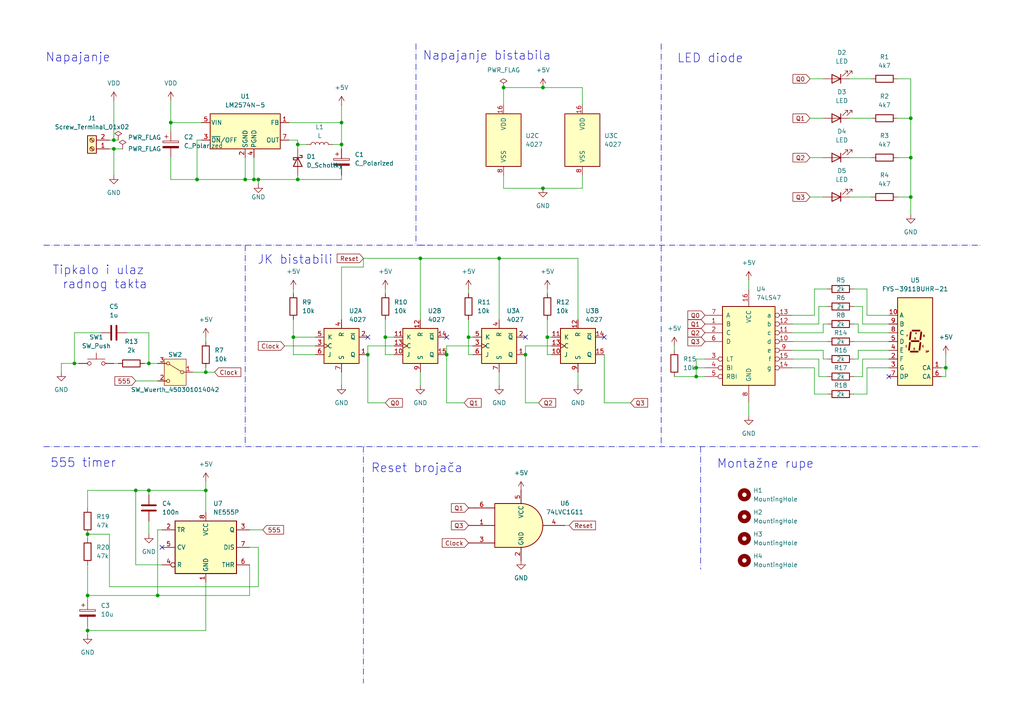
<source format=kicad_sch>
(kicad_sch (version 20250114) (generator "eeschema") (generator_version "9.0")
  (paper "A4")
  (title_block (title "Labaratorijske vjezbe") (date "2025-10-22") (rev "0") (company "TVZ"))
  (lib_symbols
    (symbol "4xxx:4027" (pin_names (offset 1.016))
      (property "Reference" "U" (at -7.62 8.89 0))
      (property "Value" "4027" (at -7.62 -8.89 0))
      (symbol "4027_1_1"
        (rectangle (start -5.08 5.08) (end 5.08 -5.08) (stroke (width 0.254)) (fill (type background)))
        (pin input line (at -7.62 2.54 0) (length 2.54) (name "J") (number "6"))
        (pin input clock (at -7.62 0 0) (length 2.54) (name "C") (number "3"))
        (pin input line (at -7.62 -2.54 0) (length 2.54) (name "K") (number "5"))
        (pin input line (at 0 7.62 270) (length 2.54) (name "S") (number "7"))
        (pin input line (at 0 -7.62 90) (length 2.54) (name "R") (number "4"))
        (pin output line (at 7.62 2.54 180) (length 2.54) (name "Q") (number "1"))
        (pin output line (at 7.62 -2.54 180) (length 2.54) (name "~{Q}") (number "2"))
      )
      (symbol "4027_2_1"
        (rectangle (start -5.08 5.08) (end 5.08 -5.08) (stroke (width 0.254)) (fill (type background)))
        (pin input line (at -7.62 2.54 0) (length 2.54) (name "J") (number "10"))
        (pin input clock (at -7.62 0 0) (length 2.54) (name "C") (number "13"))
        (pin input line (at -7.62 -2.54 0) (length 2.54) (name "K") (number "11"))
        (pin input line (at 0 7.62 270) (length 2.54) (name "S") (number "9"))
        (pin input line (at 0 -7.62 90) (length 2.54) (name "R") (number "12"))
        (pin output line (at 7.62 2.54 180) (length 2.54) (name "Q") (number "15"))
        (pin output line (at 7.62 -2.54 180) (length 2.54) (name "~{Q}") (number "14"))
      )
      (symbol "4027_3_0"
        (pin power_in line (at 0 10.16 270) (length 2.54) (name "VDD") (number "16"))
        (pin power_in line (at 0 -10.16 90) (length 2.54) (name "VSS") (number "8"))
      )
      (symbol "4027_3_1"
        (rectangle (start -5.08 7.62) (end 5.08 -7.62) (stroke (width 0.254)) (fill (type background)))
      )
    )
    (symbol "74xGxx:74LVC1G11"
      (property "Reference" "U" (at -5.08 10.16 0))
      (property "Value" "74LVC1G11" (at 7.62 -10.16 0))
      (symbol "74LVC1G11_0_1"
        (arc (start 0 6.35) (mid 6.3224 0) (end 0 -6.35) (stroke (width 0.254)) (fill (type background)))
        (polyline (pts (xy 0 -6.35) (xy -7.62 -6.35) (xy -7.62 6.35) (xy 0 6.35)) (stroke (width 0.254)) (fill (type background)))
      )
      (symbol "74LVC1G11_1_1"
        (pin input line (at -15.24 5.08 0) (length 7.62) (name "~") (number "6"))
        (pin input line (at -15.24 0 0) (length 7.62) (name "~") (number "1"))
        (pin input line (at -15.24 -5.08 0) (length 7.62) (name "~") (number "3"))
        (pin power_in line (at 0 10.16 270) (length 3.81) (name "VCC") (number "5"))
        (pin power_in line (at 0 -10.16 90) (length 3.81) (name "GND") (number "2"))
        (pin output line (at 12.7 0 180) (length 6.35) (name "~") (number "4"))
      )
    )
    (symbol "74xx:74LS47" (pin_names (offset 1.016))
      (property "Reference" "U" (at -7.62 11.43 0))
      (property "Value" "74LS47" (at -7.62 -13.97 0))
      (symbol "74LS47_1_0"
        (pin input line (at -12.7 7.62 0) (length 5.08) (name "A") (number "7"))
        (pin input line (at -12.7 5.08 0) (length 5.08) (name "B") (number "1"))
        (pin input line (at -12.7 2.54 0) (length 5.08) (name "C") (number "2"))
        (pin input line (at -12.7 0 0) (length 5.08) (name "D") (number "6"))
        (pin input inverted (at -12.7 -5.08 0) (length 5.08) (name "LT") (number "3"))
        (pin input inverted (at -12.7 -7.62 0) (length 5.08) (name "BI") (number "4"))
        (pin input inverted (at -12.7 -10.16 0) (length 5.08) (name "RBI") (number "5"))
        (pin power_in line (at 0 15.24 270) (length 5.08) (name "VCC") (number "16"))
        (pin power_in line (at 0 -17.78 90) (length 5.08) (name "GND") (number "8"))
        (pin open_collector inverted (at 12.7 7.62 180) (length 5.08) (name "a") (number "13"))
        (pin open_collector inverted (at 12.7 5.08 180) (length 5.08) (name "b") (number "12"))
        (pin open_collector inverted (at 12.7 2.54 180) (length 5.08) (name "c") (number "11"))
        (pin open_collector inverted (at 12.7 0 180) (length 5.08) (name "d") (number "10"))
        (pin open_collector inverted (at 12.7 -2.54 180) (length 5.08) (name "e") (number "9"))
        (pin open_collector inverted (at 12.7 -5.08 180) (length 5.08) (name "f") (number "15"))
        (pin open_collector inverted (at 12.7 -7.62 180) (length 5.08) (name "g") (number "14"))
      )
      (symbol "74LS47_1_1"
        (rectangle (start -7.62 10.16) (end 7.62 -12.7) (stroke (width 0.254)) (fill (type background)))
      )
    )
    (symbol "Connector:Screw_Terminal_01x02" (pin_names (offset 1.016) (hide yes))
      (property "Reference" "J" (at 0 2.54 0))
      (property "Value" "Screw_Terminal_01x02" (at 0 -5.08 0))
      (symbol "Screw_Terminal_01x02_1_1"
        (rectangle (start -1.27 1.27) (end 1.27 -3.81) (stroke (width 0.254)) (fill (type background)))
        (polyline (pts (xy -0.5334 0.3302) (xy 0.3302 -0.508)) (stroke (width 0.1524)))
        (polyline (pts (xy -0.5334 -2.2098) (xy 0.3302 -3.048)) (stroke (width 0.1524)))
        (polyline (pts (xy -0.3556 0.508) (xy 0.508 -0.3302)) (stroke (width 0.1524)))
        (polyline (pts (xy -0.3556 -2.032) (xy 0.508 -2.8702)) (stroke (width 0.1524)))
        (circle (center 0 0) (radius 0.635) (stroke (width 0.1524)))
        (circle (center 0 -2.54) (radius 0.635) (stroke (width 0.1524)))
        (pin passive line (at -5.08 0 0) (length 3.81) (name "Pin_1") (number "1"))
        (pin passive line (at -5.08 -2.54 0) (length 3.81) (name "Pin_2") (number "2"))
      )
    )
    (symbol "Device:C" (pin_numbers (hide yes)) (pin_names (offset 0.254))
      (property "Reference" "C" (at 0.635 2.54 0))
      (property "Value" "C" (at 0.635 -2.54 0))
      (symbol "C_0_1"
        (polyline (pts (xy -2.032 0.762) (xy 2.032 0.762)) (stroke (width 0.508)))
        (polyline (pts (xy -2.032 -0.762) (xy 2.032 -0.762)) (stroke (width 0.508)))
      )
      (symbol "C_1_1"
        (pin passive line (at 0 3.81 270) (length 2.794) (name "~") (number "1"))
        (pin passive line (at 0 -3.81 90) (length 2.794) (name "~") (number "2"))
      )
    )
    (symbol "Device:C_Polarized" (pin_numbers (hide yes)) (pin_names (offset 0.254))
      (property "Reference" "C" (at 0.635 2.54 0))
      (property "Value" "C_Polarized" (at 0.635 -2.54 0))
      (symbol "C_Polarized_0_1"
        (rectangle (start -2.286 0.508) (end 2.286 1.016))
        (polyline (pts (xy -1.778 2.286) (xy -0.762 2.286)))
        (polyline (pts (xy -1.27 2.794) (xy -1.27 1.778)))
        (rectangle (start 2.286 -0.508) (end -2.286 -1.016) (fill (type outline)))
      )
      (symbol "C_Polarized_1_1"
        (pin passive line (at 0 3.81 270) (length 2.794) (name "~") (number "1"))
        (pin passive line (at 0 -3.81 90) (length 2.794) (name "~") (number "2"))
      )
    )
    (symbol "Device:D_Schottky" (pin_numbers (hide yes)) (pin_names (offset 1.016) (hide yes))
      (property "Reference" "D" (at 0 2.54 0))
      (property "Value" "D_Schottky" (at 0 -2.54 0))
      (symbol "D_Schottky_0_1"
        (polyline (pts (xy -1.905 0.635) (xy -1.905 1.27) (xy -1.27 1.27) (xy -1.27 -1.27) (xy -0.635 -1.27) (xy -0.635 -0.635)) (stroke (width 0.254)))
        (polyline (pts (xy 1.27 1.27) (xy 1.27 -1.27) (xy -1.27 0) (xy 1.27 1.27)) (stroke (width 0.254)))
        (polyline (pts (xy 1.27 0) (xy -1.27 0)))
      )
      (symbol "D_Schottky_1_1"
        (pin passive line (at -3.81 0 0) (length 2.54) (name "K") (number "1"))
        (pin passive line (at 3.81 0 180) (length 2.54) (name "A") (number "2"))
      )
    )
    (symbol "Device:L" (pin_numbers (hide yes)) (pin_names (offset 1.016) (hide yes))
      (property "Reference" "L" (at -1.27 0 90))
      (property "Value" "L" (at 1.905 0 90))
      (symbol "L_0_1"
        (arc (start 0 2.54) (mid 0.6323 1.905) (end 0 1.27))
        (arc (start 0 1.27) (mid 0.6323 0.635) (end 0 0))
        (arc (start 0 0) (mid 0.6323 -0.635) (end 0 -1.27))
        (arc (start 0 -1.27) (mid 0.6323 -1.905) (end 0 -2.54))
      )
      (symbol "L_1_1"
        (pin passive line (at 0 3.81 270) (length 1.27) (name "1") (number "1"))
        (pin passive line (at 0 -3.81 90) (length 1.27) (name "2") (number "2"))
      )
    )
    (symbol "Device:LED" (pin_numbers (hide yes)) (pin_names (offset 1.016) (hide yes))
      (property "Reference" "D" (at 0 2.54 0))
      (property "Value" "LED" (at 0 -2.54 0))
      (symbol "LED_0_1"
        (polyline (pts (xy -3.048 -0.762) (xy -4.572 -2.286) (xy -3.81 -2.286) (xy -4.572 -2.286) (xy -4.572 -1.524)))
        (polyline (pts (xy -1.778 -0.762) (xy -3.302 -2.286) (xy -2.54 -2.286) (xy -3.302 -2.286) (xy -3.302 -1.524)))
        (polyline (pts (xy -1.27 0) (xy 1.27 0)))
        (polyline (pts (xy -1.27 -1.27) (xy -1.27 1.27)) (stroke (width 0.254)))
        (polyline (pts (xy 1.27 -1.27) (xy 1.27 1.27) (xy -1.27 0) (xy 1.27 -1.27)) (stroke (width 0.254)))
      )
      (symbol "LED_1_1"
        (pin passive line (at -3.81 0 0) (length 2.54) (name "K") (number "1"))
        (pin passive line (at 3.81 0 180) (length 2.54) (name "A") (number "2"))
      )
    )
    (symbol "Device:R" (pin_numbers (hide yes)) (pin_names (offset 0))
      (property "Reference" "R" (at 2.032 0 90))
      (property "Value" "R" (at 0 0 90))
      (symbol "R_0_1"
        (rectangle (start -1.016 -2.54) (end 1.016 2.54) (stroke (width 0.254)))
      )
      (symbol "R_1_1"
        (pin passive line (at 0 3.81 270) (length 1.27) (name "~") (number "1"))
        (pin passive line (at 0 -3.81 90) (length 1.27) (name "~") (number "2"))
      )
    )
    (symbol "Display_Character:HDSP-7401"
      (property "Reference" "U" (at -3.81 13.97 0))
      (property "Value" "HDSP-7401" (at 6.35 13.97 0))
      (symbol "HDSP-7401_1_0"
        (text "E" (at -2.54 -1.397 0) (effects (font (size 0.508 0.508))))
        (text "F" (at -2.286 1.651 0) (effects (font (size 0.508 0.508))))
        (text "D" (at -0.254 -2.159 0) (effects (font (size 0.508 0.508))))
        (text "G" (at 0 0.889 0) (effects (font (size 0.508 0.508))))
        (text "A" (at 0.254 2.413 0) (effects (font (size 0.508 0.508))))
        (text "C" (at 2.286 -1.397 0) (effects (font (size 0.508 0.508))))
        (text "B" (at 2.54 1.651 0) (effects (font (size 0.508 0.508))))
        (text "DP" (at 3.556 -2.921 0) (effects (font (size 0.508 0.508))))
      )
      (symbol "HDSP-7401_1_1"
        (rectangle (start -5.08 12.7) (end 5.08 -12.7) (stroke (width 0.254)) (fill (type background)))
        (polyline (pts (xy -1.524 -0.381) (xy -1.778 -2.413)) (stroke (width 0.508)))
        (polyline (pts (xy -1.27 2.667) (xy -1.524 0.635)) (stroke (width 0.508)))
        (polyline (pts (xy -1.27 -2.921) (xy 0.762 -2.921)) (stroke (width 0.508)))
        (polyline (pts (xy -1.016 0.127) (xy 1.016 0.127)) (stroke (width 0.508)))
        (polyline (pts (xy -0.762 3.175) (xy 1.27 3.175)) (stroke (width 0.508)))
        (polyline (pts (xy 1.524 -0.381) (xy 1.27 -2.413)) (stroke (width 0.508)))
        (polyline (pts (xy 1.778 2.667) (xy 1.524 0.635)) (stroke (width 0.508)))
        (polyline (pts (xy 2.54 -2.921) (xy 2.54 -2.921)) (stroke (width 0.508)))
        (pin input line (at -7.62 7.62 0) (length 2.54) (name "A") (number "10"))
        (pin input line (at -7.62 5.08 0) (length 2.54) (name "B") (number "9"))
        (pin input line (at -7.62 2.54 0) (length 2.54) (name "C") (number "8"))
        (pin input line (at -7.62 0 0) (length 2.54) (name "D") (number "5"))
        (pin input line (at -7.62 -2.54 0) (length 2.54) (name "E") (number "4"))
        (pin input line (at -7.62 -5.08 0) (length 2.54) (name "F") (number "2"))
        (pin input line (at -7.62 -7.62 0) (length 2.54) (name "G") (number "3"))
        (pin input line (at -7.62 -10.16 0) (length 2.54) (name "DP") (number "7"))
        (pin input line (at 7.62 -7.62 180) (length 2.54) (name "CA") (number "1"))
        (pin input line (at 7.62 -10.16 180) (length 2.54) (name "CA") (number "6"))
      )
    )
    (symbol "Mechanical:MountingHole" (pin_names (offset 1.016)) (in_bom no)
      (property "Reference" "H" (at 0 5.08 0))
      (property "Value" "MountingHole" (at 0 3.175 0))
      (symbol "MountingHole_0_1"
        (circle (center 0 0) (radius 1.27) (stroke (width 1.27)))
      )
    )
    (symbol "Regulator_Switching:LM2574N-5" (pin_names (offset 0.254))
      (property "Reference" "U" (at -10.16 6.35 0))
      (property "Value" "LM2574N-5" (at 0 6.35 0))
      (symbol "LM2574N-5_0_1"
        (rectangle (start -10.16 5.08) (end 10.16 -5.08) (stroke (width 0.254)) (fill (type background)))
      )
      (symbol "LM2574N-5_1_1"
        (pin power_in line (at -12.7 2.54 0) (length 2.54) (name "VIN") (number "5"))
        (pin input line (at -12.7 -2.54 0) (length 2.54) (name "~{ON}/OFF") (number "3"))
        (pin no_connect line (at -10.16 0 0) (length 2.54) (hide yes) (name "NC") (number "6"))
        (pin power_in line (at 0 -7.62 90) (length 2.54) (name "SGND") (number "2"))
        (pin power_in line (at 2.54 -7.62 90) (length 2.54) (name "PGND") (number "4"))
        (pin no_connect line (at 10.16 0 180) (length 2.54) (hide yes) (name "NC") (number "8"))
        (pin input line (at 12.7 2.54 180) (length 2.54) (name "FB") (number "1"))
        (pin output line (at 12.7 -2.54 180) (length 2.54) (name "OUT") (number "7"))
      )
    )
    (symbol "Switch:SW_Push" (pin_numbers (hide yes)) (pin_names (offset 1.016) (hide yes))
      (property "Reference" "SW" (at 1.27 2.54 0))
      (property "Value" "SW_Push" (at 0 -1.524 0))
      (symbol "SW_Push_0_1"
        (circle (center -2.032 0) (radius 0.508))
        (polyline (pts (xy 0 1.27) (xy 0 3.048)))
        (circle (center 2.032 0) (radius 0.508))
        (polyline (pts (xy 2.54 1.27) (xy -2.54 1.27)))
        (pin passive line (at -5.08 0 0) (length 2.54) (name "1") (number "1"))
        (pin passive line (at 5.08 0 180) (length 2.54) (name "2") (number "2"))
      )
    )
    (symbol "Switch:SW_Wuerth_450301014042" (pin_names (offset 1) (hide yes))
      (property "Reference" "SW" (at 0 5.08 0))
      (property "Value" "SW_Wuerth_450301014042" (at 0 -5.08 0))
      (symbol "SW_Wuerth_450301014042_0_1"
        (circle (center -2.032 0) (radius 0.4572))
        (polyline (pts (xy -1.651 0.254) (xy 1.651 2.286)))
        (circle (center 2.032 2.54) (radius 0.4572))
        (circle (center 2.032 -2.54) (radius 0.4572))
      )
      (symbol "SW_Wuerth_450301014042_1_1"
        (rectangle (start -3.175 3.81) (end 3.175 -3.81) (fill (type background)))
        (pin passive line (at -5.08 0 0) (length 2.54) (name "B") (number "1"))
        (pin passive line (at 5.08 2.54 180) (length 2.54) (name "A") (number "3"))
        (pin passive line (at 5.08 -2.54 180) (length 2.54) (name "C") (number "2"))
      )
    )
    (symbol "Timer:NE555P"
      (property "Reference" "U" (at -10.16 8.89 0))
      (property "Value" "NE555P" (at 2.54 8.89 0))
      (symbol "NE555P_0_0"
        (pin power_in line (at 0 10.16 270) (length 2.54) (name "VCC") (number "8"))
        (pin power_in line (at 0 -10.16 90) (length 2.54) (name "GND") (number "1"))
      )
      (symbol "NE555P_0_1"
        (rectangle (start -8.89 -7.62) (end 8.89 7.62) (stroke (width 0.254)) (fill (type background)))
        (rectangle (start -8.89 -7.62) (end 8.89 7.62) (stroke (width 0.254)) (fill (type background)))
      )
      (symbol "NE555P_1_1"
        (pin input line (at -12.7 5.08 0) (length 3.81) (name "TR") (number "2"))
        (pin input line (at -12.7 0 0) (length 3.81) (name "CV") (number "5"))
        (pin input inverted (at -12.7 -5.08 0) (length 3.81) (name "R") (number "4"))
        (pin output line (at 12.7 5.08 180) (length 3.81) (name "Q") (number "3"))
        (pin input line (at 12.7 0 180) (length 3.81) (name "DIS") (number "7"))
        (pin input line (at 12.7 -5.08 180) (length 3.81) (name "THR") (number "6"))
      )
    )
    (symbol "power:+5V" (power) (pin_numbers (hide yes)) (pin_names (offset 0) (hide yes))
      (property "Value" "+5V" (at 0 3.556 0))
      (symbol "+5V_0_1"
        (polyline (pts (xy -0.762 1.27) (xy 0 2.54)))
        (polyline (pts (xy 0 2.54) (xy 0.762 1.27)))
        (polyline (pts (xy 0 0) (xy 0 2.54)))
      )
      (symbol "+5V_1_1"
        (pin power_in line (at 0 0 90) (length 0) (name "~") (number "1"))
      )
    )
    (symbol "power:GND" (power) (pin_numbers (hide yes)) (pin_names (offset 0) (hide yes))
      (property "Value" "GND" (at 0 -3.81 0))
      (symbol "GND_0_1"
        (polyline (pts (xy 0 0) (xy 0 -1.27) (xy 1.27 -1.27) (xy 0 -2.54) (xy -1.27 -1.27) (xy 0 -1.27)))
      )
      (symbol "GND_1_1"
        (pin power_in line (at 0 0 270) (length 0) (name "~") (number "1"))
      )
    )
    (symbol "power:PWR_FLAG" (power) (pin_numbers (hide yes)) (pin_names (offset 0) (hide yes))
      (property "Value" "PWR_FLAG" (at 0 3.81 0))
      (symbol "PWR_FLAG_0_0"
        (pin power_out line (at 0 0 90) (length 0) (name "~") (number "1"))
      )
      (symbol "PWR_FLAG_0_1"
        (polyline (pts (xy 0 0) (xy 0 1.27) (xy -1.016 1.905) (xy 0 2.54) (xy 1.016 1.905) (xy 0 1.27)))
      )
    )
    (symbol "power:VDD" (power) (pin_numbers (hide yes)) (pin_names (offset 0) (hide yes))
      (property "Value" "VDD" (at 0 3.556 0))
      (symbol "VDD_0_1"
        (polyline (pts (xy -0.762 1.27) (xy 0 2.54)))
        (polyline (pts (xy 0 2.54) (xy 0.762 1.27)))
        (polyline (pts (xy 0 0) (xy 0 2.54)))
      )
      (symbol "VDD_1_1"
        (pin power_in line (at 0 0 90) (length 0) (name "~") (number "1"))
      )
    )
  )
  (text "Reset brojača\n" (at 120.904 135.89 0) (effects (font (size 2.54 2.54))))
  (text "555 timer" (at 24.13 134.366 0) (effects (font (size 2.54 2.54))))
  (text "LED diode\n" (at 205.994 17.018 0) (effects (font (size 2.54 2.54))))
  (text "Napajanje bistabila\n" (at 141.224 16.256 0) (effects (font (size 2.54 2.54))))
  (text "Tipkalo i ulaz \n radnog takta\n" (at 29.464 80.518 0) (effects (font (size 2.54 2.54))))
  (text "Montažne rupe\n" (at 221.996 134.62 0) (effects (font (size 2.54 2.54))))
  (text "JK bistabili\n" (at 85.598 75.438 0) (effects (font (size 2.54 2.54))))
  (text "Napajanje\n" (at 22.606 16.764 0) (effects (font (size 2.54 2.54))))
  (junction (at 43.18 105.41))
  (junction (at 74.93 52.07))
  (junction (at 43.18 142.24))
  (junction (at 106.68 102.87))
  (junction (at 25.4 182.88))
  (junction (at 59.69 142.24))
  (junction (at 121.92 74.93))
  (junction (at 59.69 107.95))
  (junction (at 274.32 106.68))
  (junction (at 111.76 97.79))
  (junction (at 264.16 57.15))
  (junction (at 21.59 105.41))
  (junction (at 201.93 109.22))
  (junction (at 25.4 154.94))
  (junction (at 144.78 74.93))
  (junction (at 157.48 25.4))
  (junction (at 264.16 34.29))
  (junction (at 264.16 45.72))
  (junction (at 152.4 102.87))
  (junction (at 45.72 172.72))
  (junction (at 33.02 43.18))
  (junction (at 158.75 97.79))
  (junction (at 135.89 97.79))
  (junction (at 39.37 142.24))
  (junction (at 33.02 40.64))
  (junction (at 25.4 172.72))
  (junction (at 146.05 25.4))
  (junction (at 99.06 41.91))
  (junction (at 71.12 52.07))
  (junction (at 86.36 41.91))
  (junction (at 201.93 106.68))
  (junction (at 86.36 52.07))
  (junction (at 129.54 102.87))
  (junction (at 57.15 52.07))
  (junction (at 49.53 35.56))
  (junction (at 73.66 52.07))
  (junction (at 157.48 54.61))
  (junction (at 99.06 35.56))
  (junction (at 85.09 97.79))
  (no_connect (at 152.4 97.79))
  (no_connect (at 106.68 97.79))
  (no_connect (at 257.81 109.22))
  (no_connect (at 129.54 97.79))
  (no_connect (at 175.26 97.79))
  (no_connect (at 46.99 158.75))
  (wire (pts (xy 201.93 106.68) (xy 201.93 109.22)))
  (wire (pts (xy 22.86 105.41) (xy 21.59 105.41)))
  (wire (pts (xy 105.41 77.47) (xy 105.41 74.93)))
  (wire (pts (xy 71.12 52.07) (xy 73.66 52.07)))
  (wire (pts (xy 33.02 40.64) (xy 34.29 40.64)))
  (wire (pts (xy 21.59 105.41) (xy 17.78 105.41)))
  (wire (pts (xy 229.87 93.98) (xy 237.49 93.98)))
  (wire (pts (xy 86.36 52.07) (xy 74.93 52.07)))
  (polyline (pts (xy 71.12 71.12) (xy 71.12 129.54)) (stroke (width 0) (type dash_dot)))
  (wire (pts (xy 121.92 74.93) (xy 121.92 92.71)))
  (wire (pts (xy 25.4 181.61) (xy 25.4 182.88)))
  (wire (pts (xy 74.93 170.18) (xy 31.75 170.18)))
  (polyline (pts (xy 191.77 12.7) (xy 191.77 129.54)) (stroke (width 0) (type dash_dot)))
  (wire (pts (xy 25.4 182.88) (xy 25.4 184.15)))
  (wire (pts (xy 135.89 97.79) (xy 137.16 97.79)))
  (wire (pts (xy 234.95 34.29) (xy 238.76 34.29)))
  (polyline (pts (xy 12.7 129.54) (xy 284.48 129.54)) (stroke (width 0) (type dash_dot)))
  (wire (pts (xy 99.06 41.91) (xy 99.06 43.18)))
  (wire (pts (xy 59.69 139.7) (xy 59.69 142.24)))
  (wire (pts (xy 217.17 81.28) (xy 217.17 83.82)))
  (wire (pts (xy 234.95 45.72) (xy 238.76 45.72)))
  (wire (pts (xy 31.75 170.18) (xy 31.75 154.94)))
  (wire (pts (xy 248.92 93.98) (xy 247.65 93.98)))
  (wire (pts (xy 86.36 50.8) (xy 86.36 52.07)))
  (wire (pts (xy 59.69 142.24) (xy 59.69 148.59)))
  (wire (pts (xy 160.02 102.87) (xy 158.75 102.87)))
  (wire (pts (xy 31.75 40.64) (xy 33.02 40.64)))
  (wire (pts (xy 234.95 57.15) (xy 238.76 57.15)))
  (wire (pts (xy 21.59 96.52) (xy 21.59 105.41)))
  (wire (pts (xy 250.19 104.14) (xy 250.19 109.22)))
  (wire (pts (xy 111.76 97.79) (xy 114.3 97.79)))
  (wire (pts (xy 111.76 97.79) (xy 111.76 92.71)))
  (wire (pts (xy 260.35 57.15) (xy 264.16 57.15)))
  (wire (pts (xy 246.38 34.29) (xy 252.73 34.29)))
  (wire (pts (xy 257.81 96.52) (xy 248.92 96.52)))
  (wire (pts (xy 99.06 52.07) (xy 86.36 52.07)))
  (wire (pts (xy 251.46 83.82) (xy 251.46 91.44)))
  (wire (pts (xy 217.17 116.84) (xy 217.17 120.65)))
  (wire (pts (xy 237.49 88.9) (xy 240.03 88.9)))
  (wire (pts (xy 129.54 100.33) (xy 129.54 102.87)))
  (wire (pts (xy 146.05 50.8) (xy 146.05 54.61)))
  (wire (pts (xy 175.26 102.87) (xy 175.26 116.84)))
  (wire (pts (xy 99.06 30.48) (xy 99.06 35.56)))
  (wire (pts (xy 99.06 92.71) (xy 99.06 77.47)))
  (wire (pts (xy 201.93 106.68) (xy 204.47 106.68)))
  (wire (pts (xy 129.54 102.87) (xy 129.54 116.84)))
  (wire (pts (xy 247.65 83.82) (xy 251.46 83.82)))
  (wire (pts (xy 106.68 116.84) (xy 111.76 116.84)))
  (wire (pts (xy 238.76 96.52) (xy 229.87 96.52)))
  (wire (pts (xy 234.95 22.86) (xy 238.76 22.86)))
  (wire (pts (xy 29.21 96.52) (xy 21.59 96.52)))
  (wire (pts (xy 58.42 40.64) (xy 57.15 40.64)))
  (wire (pts (xy 238.76 93.98) (xy 238.76 96.52)))
  (wire (pts (xy 229.87 99.06) (xy 240.03 99.06)))
  (wire (pts (xy 59.69 106.68) (xy 59.69 107.95)))
  (wire (pts (xy 49.53 52.07) (xy 57.15 52.07)))
  (wire (pts (xy 236.22 83.82) (xy 240.03 83.82)))
  (polyline (pts (xy 123.19 71.12) (xy 120.65 71.12)) (stroke (width 0) (type dash_dot)))
  (wire (pts (xy 246.38 57.15) (xy 252.73 57.15)))
  (wire (pts (xy 85.09 83.82) (xy 85.09 85.09)))
  (wire (pts (xy 57.15 40.64) (xy 57.15 52.07)))
  (wire (pts (xy 45.72 153.67) (xy 46.99 153.67)))
  (wire (pts (xy 152.4 102.87) (xy 152.4 116.84)))
  (wire (pts (xy 168.91 50.8) (xy 168.91 54.61)))
  (wire (pts (xy 238.76 104.14) (xy 240.03 104.14)))
  (wire (pts (xy 144.78 74.93) (xy 121.92 74.93)))
  (wire (pts (xy 264.16 22.86) (xy 264.16 34.29)))
  (wire (pts (xy 247.65 88.9) (xy 250.19 88.9)))
  (wire (pts (xy 250.19 88.9) (xy 250.19 93.98)))
  (wire (pts (xy 260.35 22.86) (xy 264.16 22.86)))
  (wire (pts (xy 167.64 107.95) (xy 167.64 111.76)))
  (wire (pts (xy 195.58 100.33) (xy 195.58 101.6)))
  (wire (pts (xy 137.16 100.33) (xy 129.54 100.33)))
  (wire (pts (xy 31.75 43.18) (xy 33.02 43.18)))
  (wire (pts (xy 83.82 40.64) (xy 86.36 40.64)))
  (wire (pts (xy 72.39 158.75) (xy 74.93 158.75)))
  (wire (pts (xy 41.91 105.41) (xy 43.18 105.41)))
  (wire (pts (xy 250.19 109.22) (xy 247.65 109.22)))
  (wire (pts (xy 86.36 41.91) (xy 86.36 43.18)))
  (wire (pts (xy 59.69 182.88) (xy 25.4 182.88)))
  (wire (pts (xy 17.78 105.41) (xy 17.78 107.95)))
  (wire (pts (xy 72.39 163.83) (xy 72.39 172.72)))
  (wire (pts (xy 137.16 102.87) (xy 135.89 102.87)))
  (wire (pts (xy 43.18 105.41) (xy 45.72 105.41)))
  (wire (pts (xy 158.75 97.79) (xy 160.02 97.79)))
  (wire (pts (xy 86.36 40.64) (xy 86.36 41.91)))
  (wire (pts (xy 146.05 54.61) (xy 157.48 54.61)))
  (wire (pts (xy 274.32 106.68) (xy 274.32 109.22)))
  (wire (pts (xy 39.37 163.83) (xy 39.37 142.24)))
  (wire (pts (xy 49.53 35.56) (xy 49.53 38.1)))
  (polyline (pts (xy 120.65 12.7) (xy 120.65 71.12)) (stroke (width 0) (type dash_dot)))
  (wire (pts (xy 33.02 43.18) (xy 35.56 43.18)))
  (wire (pts (xy 99.06 107.95) (xy 99.06 111.76)))
  (wire (pts (xy 251.46 106.68) (xy 257.81 106.68)))
  (wire (pts (xy 59.69 97.79) (xy 59.69 99.06)))
  (wire (pts (xy 25.4 172.72) (xy 45.72 172.72)))
  (wire (pts (xy 248.92 104.14) (xy 248.92 101.6)))
  (wire (pts (xy 240.03 109.22) (xy 237.49 109.22)))
  (wire (pts (xy 99.06 35.56) (xy 99.06 41.91)))
  (wire (pts (xy 25.4 142.24) (xy 25.4 147.32)))
  (polyline (pts (xy 105.41 129.54) (xy 105.41 198.12)) (stroke (width 0) (type dash_dot)))
  (wire (pts (xy 237.49 93.98) (xy 237.49 88.9)))
  (wire (pts (xy 74.93 158.75) (xy 74.93 170.18)))
  (wire (pts (xy 260.35 34.29) (xy 264.16 34.29)))
  (wire (pts (xy 237.49 109.22) (xy 237.49 104.14)))
  (wire (pts (xy 274.32 106.68) (xy 274.32 102.87)))
  (wire (pts (xy 49.53 29.21) (xy 49.53 35.56)))
  (wire (pts (xy 114.3 102.87) (xy 111.76 102.87)))
  (wire (pts (xy 248.92 96.52) (xy 248.92 93.98)))
  (wire (pts (xy 59.69 107.95) (xy 62.23 107.95)))
  (wire (pts (xy 251.46 114.3) (xy 251.46 106.68)))
  (wire (pts (xy 99.06 50.8) (xy 99.06 52.07)))
  (wire (pts (xy 85.09 97.79) (xy 85.09 102.87)))
  (wire (pts (xy 264.16 45.72) (xy 264.16 57.15)))
  (wire (pts (xy 25.4 173.99) (xy 25.4 172.72)))
  (wire (pts (xy 240.03 93.98) (xy 238.76 93.98)))
  (wire (pts (xy 238.76 101.6) (xy 238.76 104.14)))
  (wire (pts (xy 25.4 163.83) (xy 25.4 172.72)))
  (wire (pts (xy 204.47 104.14) (xy 201.93 104.14)))
  (wire (pts (xy 201.93 109.22) (xy 204.47 109.22)))
  (wire (pts (xy 111.76 102.87) (xy 111.76 97.79)))
  (wire (pts (xy 39.37 110.49) (xy 45.72 110.49)))
  (wire (pts (xy 146.05 25.4) (xy 157.48 25.4)))
  (wire (pts (xy 250.19 93.98) (xy 257.81 93.98)))
  (wire (pts (xy 59.69 168.91) (xy 59.69 182.88)))
  (wire (pts (xy 46.99 163.83) (xy 39.37 163.83)))
  (wire (pts (xy 49.53 45.72) (xy 49.53 52.07)))
  (wire (pts (xy 273.05 109.22) (xy 274.32 109.22)))
  (wire (pts (xy 72.39 153.67) (xy 76.2 153.67)))
  (wire (pts (xy 43.18 142.24) (xy 59.69 142.24)))
  (wire (pts (xy 236.22 91.44) (xy 229.87 91.44)))
  (wire (pts (xy 264.16 57.15) (xy 264.16 62.23)))
  (wire (pts (xy 43.18 96.52) (xy 43.18 105.41)))
  (wire (pts (xy 45.72 153.67) (xy 45.72 172.72)))
  (wire (pts (xy 25.4 154.94) (xy 25.4 156.21)))
  (wire (pts (xy 246.38 22.86) (xy 252.73 22.86)))
  (wire (pts (xy 71.12 45.72) (xy 71.12 52.07)))
  (wire (pts (xy 36.83 96.52) (xy 43.18 96.52)))
  (wire (pts (xy 260.35 45.72) (xy 264.16 45.72)))
  (wire (pts (xy 236.22 114.3) (xy 240.03 114.3)))
  (wire (pts (xy 82.55 100.33) (xy 91.44 100.33)))
  (wire (pts (xy 135.89 102.87) (xy 135.89 97.79)))
  (wire (pts (xy 114.3 100.33) (xy 106.68 100.33)))
  (wire (pts (xy 168.91 54.61) (xy 157.48 54.61)))
  (wire (pts (xy 25.4 142.24) (xy 39.37 142.24)))
  (wire (pts (xy 246.38 45.72) (xy 252.73 45.72)))
  (wire (pts (xy 168.91 30.48) (xy 168.91 25.4)))
  (wire (pts (xy 251.46 91.44) (xy 257.81 91.44)))
  (wire (pts (xy 121.92 74.93) (xy 105.41 74.93)))
  (polyline (pts (xy 12.7 71.12) (xy 284.48 71.12)) (stroke (width 0) (type dash_dot)))
  (wire (pts (xy 152.4 100.33) (xy 152.4 102.87)))
  (wire (pts (xy 99.06 77.47) (xy 105.41 77.47)))
  (wire (pts (xy 74.93 53.34) (xy 74.93 52.07)))
  (wire (pts (xy 49.53 35.56) (xy 58.42 35.56)))
  (wire (pts (xy 175.26 116.84) (xy 182.88 116.84)))
  (wire (pts (xy 237.49 104.14) (xy 229.87 104.14)))
  (wire (pts (xy 201.93 104.14) (xy 201.93 106.68)))
  (wire (pts (xy 135.89 83.82) (xy 135.89 85.09)))
  (wire (pts (xy 43.18 142.24) (xy 43.18 143.51)))
  (wire (pts (xy 55.88 107.95) (xy 59.69 107.95)))
  (wire (pts (xy 43.18 151.13) (xy 43.18 154.94)))
  (wire (pts (xy 31.75 154.94) (xy 25.4 154.94)))
  (wire (pts (xy 273.05 106.68) (xy 274.32 106.68)))
  (wire (pts (xy 158.75 102.87) (xy 158.75 97.79)))
  (wire (pts (xy 247.65 114.3) (xy 251.46 114.3)))
  (wire (pts (xy 144.78 74.93) (xy 144.78 92.71)))
  (wire (pts (xy 257.81 99.06) (xy 247.65 99.06)))
  (polyline (pts (xy 203.2 129.54) (xy 203.2 165.1)) (stroke (width 0) (type dash_dot)))
  (wire (pts (xy 129.54 116.84) (xy 134.62 116.84)))
  (wire (pts (xy 57.15 52.07) (xy 71.12 52.07)))
  (wire (pts (xy 34.29 105.41) (xy 33.02 105.41)))
  (wire (pts (xy 158.75 83.82) (xy 158.75 85.09)))
  (wire (pts (xy 33.02 40.64) (xy 33.02 29.21)))
  (wire (pts (xy 83.82 35.56) (xy 99.06 35.56)))
  (wire (pts (xy 247.65 104.14) (xy 248.92 104.14)))
  (wire (pts (xy 229.87 101.6) (xy 238.76 101.6)))
  (wire (pts (xy 121.92 107.95) (xy 121.92 111.76)))
  (wire (pts (xy 165.1 152.4) (xy 163.83 152.4)))
  (wire (pts (xy 144.78 107.95) (xy 144.78 111.76)))
  (wire (pts (xy 111.76 83.82) (xy 111.76 85.09)))
  (wire (pts (xy 39.37 142.24) (xy 43.18 142.24)))
  (wire (pts (xy 195.58 109.22) (xy 201.93 109.22)))
  (wire (pts (xy 229.87 106.68) (xy 236.22 106.68)))
  (wire (pts (xy 158.75 92.71) (xy 158.75 97.79)))
  (wire (pts (xy 257.81 104.14) (xy 250.19 104.14)))
  (wire (pts (xy 91.44 97.79) (xy 85.09 97.79)))
  (wire (pts (xy 236.22 91.44) (xy 236.22 83.82)))
  (wire (pts (xy 264.16 34.29) (xy 264.16 45.72)))
  (wire (pts (xy 96.52 41.91) (xy 99.06 41.91)))
  (wire (pts (xy 85.09 97.79) (xy 85.09 92.71)))
  (wire (pts (xy 72.39 172.72) (xy 45.72 172.72)))
  (wire (pts (xy 146.05 25.4) (xy 146.05 30.48)))
  (wire (pts (xy 106.68 100.33) (xy 106.68 102.87)))
  (wire (pts (xy 73.66 45.72) (xy 73.66 52.07)))
  (wire (pts (xy 91.44 102.87) (xy 85.09 102.87)))
  (wire (pts (xy 236.22 106.68) (xy 236.22 114.3)))
  (wire (pts (xy 167.64 92.71) (xy 167.64 74.93)))
  (wire (pts (xy 86.36 41.91) (xy 88.9 41.91)))
  (wire (pts (xy 106.68 102.87) (xy 106.68 116.84)))
  (wire (pts (xy 167.64 74.93) (xy 144.78 74.93)))
  (wire (pts (xy 168.91 25.4) (xy 157.48 25.4)))
  (wire (pts (xy 248.92 101.6) (xy 257.81 101.6)))
  (wire (pts (xy 152.4 116.84) (xy 156.21 116.84)))
  (wire (pts (xy 73.66 52.07) (xy 74.93 52.07)))
  (wire (pts (xy 33.02 43.18) (xy 33.02 50.8)))
  (wire (pts (xy 160.02 100.33) (xy 152.4 100.33)))
  (wire (pts (xy 135.89 92.71) (xy 135.89 97.79)))
  (global_label "555" (shape input) (at 76.2 153.67 0) (property "Intersheetrefs" "${INTERSHEET_REFS}" (effects (hide yes))))
  (global_label "Q2" (shape input) (at 156.21 116.84 0) (property "Intersheetrefs" "${INTERSHEET_REFS}" (effects (hide yes))))
  (global_label "Clock" (shape input) (at 82.55 100.33 180) (property "Intersheetrefs" "${INTERSHEET_REFS}" (effects (hide yes))))
  (global_label "Q1" (shape input) (at 234.95 34.29 180) (property "Intersheetrefs" "${INTERSHEET_REFS}" (effects (hide yes))))
  (global_label "Q1" (shape input) (at 135.89 147.32 180) (property "Intersheetrefs" "${INTERSHEET_REFS}" (effects (hide yes))))
  (global_label "Q1" (shape input) (at 134.62 116.84 0) (property "Intersheetrefs" "${INTERSHEET_REFS}" (effects (hide yes))))
  (global_label "Q3" (shape input) (at 135.89 152.4 180) (property "Intersheetrefs" "${INTERSHEET_REFS}" (effects (hide yes))))
  (global_label "Q3" (shape input) (at 204.47 99.06 180) (property "Intersheetrefs" "${INTERSHEET_REFS}" (effects (hide yes))))
  (global_label "Reset" (shape input) (at 165.1 152.4 0) (property "Intersheetrefs" "${INTERSHEET_REFS}" (effects (hide yes))))
  (global_label "555" (shape input) (at 39.37 110.49 180) (property "Intersheetrefs" "${INTERSHEET_REFS}" (effects (hide yes))))
  (global_label "Clock" (shape input) (at 135.89 157.48 180) (property "Intersheetrefs" "${INTERSHEET_REFS}" (effects (hide yes))))
  (global_label "Q2" (shape input) (at 234.95 45.72 180) (property "Intersheetrefs" "${INTERSHEET_REFS}" (effects (hide yes))))
  (global_label "Clock" (shape input) (at 62.23 107.95 0) (property "Intersheetrefs" "${INTERSHEET_REFS}" (effects (hide yes))))
  (global_label "Q1" (shape input) (at 204.47 93.98 180) (property "Intersheetrefs" "${INTERSHEET_REFS}" (effects (hide yes))))
  (global_label "Q0" (shape input) (at 234.95 22.86 180) (property "Intersheetrefs" "${INTERSHEET_REFS}" (effects (hide yes))))
  (global_label "Q0" (shape input) (at 204.47 91.44 180) (property "Intersheetrefs" "${INTERSHEET_REFS}" (effects (hide yes))))
  (global_label "Q3" (shape input) (at 182.88 116.84 0) (property "Intersheetrefs" "${INTERSHEET_REFS}" (effects (hide yes))))
  (global_label "Q2" (shape input) (at 204.47 96.52 180) (property "Intersheetrefs" "${INTERSHEET_REFS}" (effects (hide yes))))
  (global_label "Q0" (shape input) (at 111.76 116.84 0) (property "Intersheetrefs" "${INTERSHEET_REFS}" (effects (hide yes))))
  (global_label "Reset" (shape input) (at 105.41 74.93 180) (property "Intersheetrefs" "${INTERSHEET_REFS}" (effects (hide yes))))
  (global_label "Q3" (shape input) (at 234.95 57.15 180) (property "Intersheetrefs" "${INTERSHEET_REFS}" (effects (hide yes))))
  (symbol (lib_id "Device:R") (at 256.54 34.29 90) (unit 1)
    (property "Reference" "R2" (at 256.54 27.94 90))
    (property "Value" "4k7" (at 256.54 30.48 90))
    (property "Description" "Resistor" (effects (hide yes)))
  )
  (symbol (lib_id "power:GND") (at 74.93 53.34 0) (unit 1)
    (property "Reference" "#PWR4" (effects (hide yes)))
    (property "Value" "GND" (at 74.93 57.15 0))
    (property "Description" "Power symbol creates a global label with name \"GND\" , ground" (effects (hide yes)))
  )
  (symbol (lib_id "power:GND") (at 99.06 111.76 0) (unit 1)
    (property "Reference" "#PWR016" (effects (hide yes)))
    (property "Value" "GND" (at 99.06 116.84 0))
    (property "Description" "Power symbol creates a global label with name \"GND\" , ground" (effects (hide yes)))
  )
  (symbol (lib_id "Timer:NE555P") (at 59.69 158.75 0) (unit 1)
    (property "Reference" "U7" (at 61.8333 146.05 0) (effects (justify left)))
    (property "Value" "NE555P" (at 61.8333 148.59 0) (effects (justify left)))
    (property "Footprint" "Package_DIP:DIP-8_W7.62mm" (effects (hide yes)))
    (property "Datasheet" "http://www.ti.com/lit/ds/symlink/ne555.pdf" (effects (hide yes)))
    (property "Description" "Precision Timers, 555 compatible,  PDIP-8" (effects (hide yes)))
  )
  (symbol (lib_id "Display_Character:HDSP-7401") (at 265.43 99.06 0) (unit 1)
    (property "Reference" "U5" (at 265.43 81.28 0))
    (property "Value" "FYS-3911BUHR-21" (at 265.43 83.82 0))
    (property "Footprint" "Display_7Segment:HDSP-7401" (effects (hide yes)))
    (property "Datasheet" "https://docs.broadcom.com/docs/AV02-2553EN" (effects (hide yes)))
    (property "Description" "One digit 7 segment yellow, common anode" (effects (hide yes)))
  )
  (symbol (lib_id "Device:C_Polarized") (at 49.53 41.91 0) (unit 1)
    (property "Reference" "C2" (at 53.34 39.7509 0) (effects (justify left)))
    (property "Value" "C_Polarized" (at 53.34 42.2909 0) (effects (justify left)))
    (property "Description" "Polarized capacitor" (effects (hide yes)))
  )
  (symbol (lib_id "power:VDD") (at 49.53 29.21 0) (unit 1)
    (property "Reference" "#PWR3" (effects (hide yes)))
    (property "Value" "VDD" (at 49.53 24.13 0))
    (property "Description" "Power symbol creates a global label with name \"VDD\"" (effects (hide yes)))
  )
  (symbol (lib_id "power:GND") (at 43.18 154.94 0) (unit 1)
    (property "Reference" "#PWR8" (effects (hide yes)))
    (property "Value" "GND" (at 43.18 160.02 0))
    (property "Description" "Power symbol creates a global label with name \"GND\" , ground" (effects (hide yes)))
  )
  (symbol (lib_id "Device:R") (at 243.84 88.9 90) (unit 1)
    (property "Reference" "R6" (at 243.84 86.36 90))
    (property "Value" "2k" (at 243.84 88.9 90))
    (property "Description" "Resistor" (effects (hide yes)))
  )
  (symbol (lib_id "Device:LED") (at 242.57 45.72 180) (unit 1)
    (property "Reference" "D4" (at 244.1575 38.1 0))
    (property "Value" "LED" (at 244.1575 40.64 0))
    (property "Description" "Light emitting diode" (effects (hide yes)))
    (property "Sim.Pins" "1=K 2=A" (effects (hide yes)))
  )
  (symbol (lib_id "Device:R") (at 111.76 88.9 0) (unit 1)
    (property "Reference" "R10" (at 114.3 87.6299 0) (effects (justify left)))
    (property "Value" "10k" (at 114.3 90.1699 0) (effects (justify left)))
    (property "Description" "Resistor" (effects (hide yes)))
  )
  (symbol (lib_id "power:GND") (at 217.17 120.65 0) (unit 1)
    (property "Reference" "#PWR026" (effects (hide yes)))
    (property "Value" "GND" (at 217.17 125.73 0))
    (property "Description" "Power symbol creates a global label with name \"GND\" , ground" (effects (hide yes)))
  )
  (symbol (lib_id "4xxx:4027") (at 146.05 40.64 0) (unit 3)
    (property "Reference" "U2" (at 152.4 39.3699 0) (effects (justify left)))
    (property "Value" "4027" (at 152.4 41.9099 0) (effects (justify left)))
    (property "Datasheet" "http://www.intersil.com/content/dam/Intersil/documents/cd40/cd4027bms.pdf" (effects (hide yes)))
    (property "Description" "Dual JK FlipFlop, set & reset" (effects (hide yes)))
  )
  (symbol (lib_id "Device:R") (at 25.4 160.02 0) (unit 1)
    (property "Reference" "R20" (at 27.94 158.7499 0) (effects (justify left)))
    (property "Value" "47k" (at 27.94 161.2899 0) (effects (justify left)))
    (property "Description" "Resistor" (effects (hide yes)))
  )
  (symbol (lib_id "Mechanical:MountingHole") (at 215.9 156.21 0) (unit 1) (in_bom no)
    (property "Reference" "H3" (at 218.44 154.9399 0) (effects (justify left)))
    (property "Value" "MountingHole" (at 218.44 157.4799 0) (effects (justify left)))
    (property "Description" "Mounting Hole without connection" (effects (hide yes)))
  )
  (symbol (lib_id "power:GND") (at 33.02 50.8 0) (unit 1)
    (property "Reference" "#PWR2" (effects (hide yes)))
    (property "Value" "GND" (at 33.02 55.88 0))
    (property "Description" "Power symbol creates a global label with name \"GND\" , ground" (effects (hide yes)))
  )
  (symbol (lib_id "Device:R") (at 256.54 57.15 90) (unit 1)
    (property "Reference" "R4" (at 256.54 50.8 90))
    (property "Value" "4k7" (at 256.54 53.34 90))
    (property "Description" "Resistor" (effects (hide yes)))
  )
  (symbol (lib_id "Mechanical:MountingHole") (at 215.9 149.86 0) (unit 1) (in_bom no)
    (property "Reference" "H2" (at 218.44 148.5899 0) (effects (justify left)))
    (property "Value" "MountingHole" (at 218.44 151.1299 0) (effects (justify left)))
    (property "Description" "Mounting Hole without connection" (effects (hide yes)))
  )
  (symbol (lib_id "power:+5V") (at 157.48 25.4 0) (unit 1)
    (property "Reference" "#PWR014" (effects (hide yes)))
    (property "Value" "+5V" (at 157.48 20.32 0))
    (property "Description" "Power symbol creates a global label with name \"+5V\"" (effects (hide yes)))
  )
  (symbol (lib_id "Device:R") (at 256.54 22.86 90) (unit 1)
    (property "Reference" "R1" (at 256.54 16.51 90))
    (property "Value" "4k7" (at 256.54 19.05 90))
    (property "Description" "Resistor" (effects (hide yes)))
  )
  (symbol (lib_id "Device:R") (at 243.84 99.06 90) (unit 1)
    (property "Reference" "R14" (at 243.84 96.52 90))
    (property "Value" "2k" (at 243.84 99.06 90))
    (property "Description" "Resistor" (effects (hide yes)))
  )
  (symbol (lib_id "4xxx:4027") (at 168.91 40.64 0) (unit 3)
    (property "Reference" "U3" (at 175.26 39.3699 0) (effects (justify left)))
    (property "Value" "4027" (at 175.26 41.9099 0) (effects (justify left)))
    (property "Datasheet" "http://www.intersil.com/content/dam/Intersil/documents/cd40/cd4027bms.pdf" (effects (hide yes)))
    (property "Description" "Dual JK FlipFlop, set & reset" (effects (hide yes)))
  )
  (symbol (lib_id "74xGxx:74LVC1G11") (at 151.13 152.4 0) (unit 1)
    (property "Reference" "U6" (at 163.83 145.9798 0))
    (property "Value" "74LVC1G11" (at 163.83 148.5198 0))
    (property "Datasheet" "http://www.ti.com/lit/sg/scyt129e/scyt129e.pdf" (effects (hide yes)))
    (property "Description" "Single AND 3-Input Gate, Low-Voltage CMOS" (effects (hide yes)))
  )
  (symbol (lib_id "power:+5V") (at 111.76 83.82 0) (unit 1)
    (property "Reference" "#PWR020" (effects (hide yes)))
    (property "Value" "+5V" (at 111.76 78.74 0))
    (property "Description" "Power symbol creates a global label with name \"+5V\"" (effects (hide yes)))
  )
  (symbol (lib_id "Mechanical:MountingHole") (at 215.9 143.51 0) (unit 1) (in_bom no)
    (property "Reference" "H1" (at 218.44 142.2399 0) (effects (justify left)))
    (property "Value" "MountingHole" (at 218.44 144.7799 0) (effects (justify left)))
    (property "Description" "Mounting Hole without connection" (effects (hide yes)))
  )
  (symbol (lib_id "Device:R") (at 85.09 88.9 0) (unit 1)
    (property "Reference" "R9" (at 87.63 87.6299 0) (effects (justify left)))
    (property "Value" "10k" (at 87.63 90.1699 0) (effects (justify left)))
    (property "Description" "Resistor" (effects (hide yes)))
  )
  (symbol (lib_id "power:+5V") (at 217.17 81.28 0) (unit 1)
    (property "Reference" "#PWR025" (effects (hide yes)))
    (property "Value" "+5V" (at 217.17 76.2 0))
    (property "Description" "Power symbol creates a global label with name \"+5V\"" (effects (hide yes)))
  )
  (symbol (lib_id "power:GND") (at 167.64 111.76 0) (unit 1)
    (property "Reference" "#PWR019" (effects (hide yes)))
    (property "Value" "GND" (at 167.64 116.84 0))
    (property "Description" "Power symbol creates a global label with name \"GND\" , ground" (effects (hide yes)))
  )
  (symbol (lib_id "Device:LED") (at 242.57 22.86 180) (unit 1)
    (property "Reference" "D2" (at 244.1575 15.24 0))
    (property "Value" "LED" (at 244.1575 17.78 0))
    (property "Description" "Light emitting diode" (effects (hide yes)))
    (property "Sim.Pins" "1=K 2=A" (effects (hide yes)))
  )
  (symbol (lib_id "74xx:74LS47") (at 217.17 99.06 0) (unit 1)
    (property "Reference" "U4" (at 219.3133 83.82 0) (effects (justify left)))
    (property "Value" "74LS47" (at 219.3133 86.36 0) (effects (justify left)))
    (property "Datasheet" "http://www.ti.com/lit/gpn/sn74LS47" (effects (hide yes)))
    (property "Description" "BCD to 7-segment Driver, Open Collector, 30V outputs" (effects (hide yes)))
  )
  (symbol (lib_id "power:+5V") (at 59.69 139.7 0) (unit 1)
    (property "Reference" "#PWR7" (effects (hide yes)))
    (property "Value" "+5V" (at 59.69 134.62 0))
    (property "Description" "Power symbol creates a global label with name \"+5V\"" (effects (hide yes)))
  )
  (symbol (lib_id "Connector:Screw_Terminal_01x02") (at 26.67 43.18 180) (unit 1)
    (property "Reference" "J1" (at 26.67 34.29 0))
    (property "Value" "Screw_Terminal_01x02" (at 26.67 36.83 0))
    (property "Description" "Generic screw terminal, single row, 01x02, script generated (kicad-library-utils/schlib/autogen/connector/)" (effects (hide yes)))
  )
  (symbol (lib_id "Device:R") (at 135.89 88.9 0) (unit 1)
    (property "Reference" "R11" (at 138.43 87.6299 0) (effects (justify left)))
    (property "Value" "10k" (at 138.43 90.1699 0) (effects (justify left)))
    (property "Description" "Resistor" (effects (hide yes)))
  )
  (symbol (lib_id "4xxx:4027") (at 144.78 100.33 0) (mirror x) (unit 1)
    (property "Reference" "U3" (at 146.9233 90.17 0) (effects (justify left)))
    (property "Value" "4027" (at 146.9233 92.71 0) (effects (justify left)))
    (property "Datasheet" "http://www.intersil.com/content/dam/Intersil/documents/cd40/cd4027bms.pdf" (effects (hide yes)))
    (property "Description" "Dual JK FlipFlop, set & reset" (effects (hide yes)))
  )
  (symbol (lib_id "Device:LED") (at 242.57 57.15 180) (unit 1)
    (property "Reference" "D5" (at 244.1575 49.53 0))
    (property "Value" "LED" (at 244.1575 52.07 0))
    (property "Description" "Light emitting diode" (effects (hide yes)))
    (property "Sim.Pins" "1=K 2=A" (effects (hide yes)))
  )
  (symbol (lib_id "4xxx:4027") (at 167.64 100.33 0) (mirror x) (unit 2)
    (property "Reference" "U3" (at 169.7833 90.17 0) (effects (justify left)))
    (property "Value" "4027" (at 169.7833 92.71 0) (effects (justify left)))
    (property "Datasheet" "http://www.intersil.com/content/dam/Intersil/documents/cd40/cd4027bms.pdf" (effects (hide yes)))
    (property "Description" "Dual JK FlipFlop, set & reset" (effects (hide yes)))
  )
  (symbol (lib_id "Device:R") (at 59.69 102.87 0) (unit 1)
    (property "Reference" "R7" (at 62.23 101.5999 0) (effects (justify left)))
    (property "Value" "10k" (at 62.23 104.1399 0) (effects (justify left)))
    (property "Description" "Resistor" (effects (hide yes)))
  )
  (symbol (lib_id "power:GND") (at 157.48 54.61 0) (unit 1)
    (property "Reference" "#PWR015" (effects (hide yes)))
    (property "Value" "GND" (at 157.48 59.69 0))
    (property "Description" "Power symbol creates a global label with name \"GND\" , ground" (effects (hide yes)))
  )
  (symbol (lib_id "Device:R") (at 243.84 83.82 90) (unit 1)
    (property "Reference" "R5" (at 243.84 81.28 90))
    (property "Value" "2k" (at 243.84 83.82 90))
    (property "Description" "Resistor" (effects (hide yes)))
  )
  (symbol (lib_id "power:+5V") (at 59.69 97.79 0) (unit 1)
    (property "Reference" "#PWR10" (effects (hide yes)))
    (property "Value" "+5V" (at 59.69 92.71 0))
    (property "Description" "Power symbol creates a global label with name \"+5V\"" (effects (hide yes)))
  )
  (symbol (lib_id "4xxx:4027") (at 99.06 100.33 0) (mirror x) (unit 1)
    (property "Reference" "U2" (at 101.2033 90.17 0) (effects (justify left)))
    (property "Value" "4027" (at 101.2033 92.71 0) (effects (justify left)))
    (property "Datasheet" "http://www.intersil.com/content/dam/Intersil/documents/cd40/cd4027bms.pdf" (effects (hide yes)))
    (property "Description" "Dual JK FlipFlop, set & reset" (effects (hide yes)))
  )
  (symbol (lib_id "Device:R") (at 25.4 151.13 0) (unit 1)
    (property "Reference" "R19" (at 27.94 149.8599 0) (effects (justify left)))
    (property "Value" "47k" (at 27.94 152.3999 0) (effects (justify left)))
    (property "Description" "Resistor" (effects (hide yes)))
  )
  (symbol (lib_id "Device:R") (at 195.58 105.41 0) (unit 1)
    (property "Reference" "R15" (at 198.12 104.1399 0) (effects (justify left)))
    (property "Value" "10k" (at 198.12 106.6799 0) (effects (justify left)))
    (property "Description" "Resistor" (effects (hide yes)))
  )
  (symbol (lib_id "power:PWR_FLAG") (at 146.05 25.4 0) (unit 1)
    (property "Reference" "#FLG01" (effects (hide yes)))
    (property "Value" "PWR_FLAG" (at 146.05 20.32 0))
    (property "Description" "Special symbol for telling ERC where power comes from" (effects (hide yes)))
  )
  (symbol (lib_id "power:GND") (at 17.78 107.95 0) (unit 1)
    (property "Reference" "#PWR9" (effects (hide yes)))
    (property "Value" "GND" (at 17.78 113.03 0))
    (property "Description" "Power symbol creates a global label with name \"GND\" , ground" (effects (hide yes)))
  )
  (symbol (lib_id "Mechanical:MountingHole") (at 215.9 162.56 0) (unit 1) (in_bom no)
    (property "Reference" "H4" (at 218.44 161.2899 0) (effects (justify left)))
    (property "Value" "MountingHole" (at 218.44 163.8299 0) (effects (justify left)))
    (property "Description" "Mounting Hole without connection" (effects (hide yes)))
  )
  (symbol (lib_id "power:+5V") (at 135.89 83.82 0) (unit 1)
    (property "Reference" "#PWR022" (effects (hide yes)))
    (property "Value" "+5V" (at 135.89 78.74 0))
    (property "Description" "Power symbol creates a global label with name \"+5V\"" (effects (hide yes)))
  )
  (symbol (lib_id "Device:R") (at 158.75 88.9 0) (unit 1)
    (property "Reference" "R12" (at 161.29 87.6299 0) (effects (justify left)))
    (property "Value" "10k" (at 161.29 90.1699 0) (effects (justify left)))
    (property "Description" "Resistor" (effects (hide yes)))
  )
  (symbol (lib_id "Device:LED") (at 242.57 34.29 180) (unit 1)
    (property "Reference" "D3" (at 244.1575 26.67 0))
    (property "Value" "LED" (at 244.1575 29.21 0))
    (property "Description" "Light emitting diode" (effects (hide yes)))
    (property "Sim.Pins" "1=K 2=A" (effects (hide yes)))
  )
  (symbol (lib_id "Regulator_Switching:LM2574N-5") (at 71.12 38.1 0) (unit 1)
    (property "Reference" "U1" (at 71.12 27.94 0))
    (property "Value" "LM2574N-5" (at 71.12 30.48 0))
    (property "Footprint" "Package_DIP:DIP-8_W7.62mm" (effects (hide yes)))
    (property "Datasheet" "http://www.national.com/ds/LM/LM2574.pdf" (effects (hide yes)))
    (property "Description" "5V, 0.5A SIMPLE SWITCHER® Step-Down Voltage Regulator, DIP-8" (effects (hide yes)))
  )
  (symbol (lib_id "power:+5V") (at 158.75 83.82 0) (unit 1)
    (property "Reference" "#PWR023" (effects (hide yes)))
    (property "Value" "+5V" (at 158.75 78.74 0))
    (property "Description" "Power symbol creates a global label with name \"+5V\"" (effects (hide yes)))
  )
  (symbol (lib_id "Device:L") (at 92.71 41.91 90) (unit 1)
    (property "Reference" "L1" (at 92.71 36.83 90))
    (property "Value" "L" (at 92.71 39.37 90))
    (property "Description" "Inductor" (effects (hide yes)))
  )
  (symbol (lib_id "power:GND") (at 144.78 111.76 0) (unit 1)
    (property "Reference" "#PWR018" (effects (hide yes)))
    (property "Value" "GND" (at 144.78 116.84 0))
    (property "Description" "Power symbol creates a global label with name \"GND\" , ground" (effects (hide yes)))
  )
  (symbol (lib_id "Device:C_Polarized") (at 25.4 177.8 0) (unit 1)
    (property "Reference" "C3" (at 29.21 175.6409 0) (effects (justify left)))
    (property "Value" "10u" (at 29.21 178.1809 0) (effects (justify left)))
    (property "Description" "Polarized capacitor" (effects (hide yes)))
  )
  (symbol (lib_id "Switch:SW_Push") (at 27.94 105.41 0) (unit 1)
    (property "Reference" "SW1" (at 27.94 97.79 0))
    (property "Value" "SW_Push" (at 27.94 100.33 0))
    (property "Description" "Push button switch, generic, two pins" (effects (hide yes)))
  )
  (symbol (lib_id "power:GND") (at 151.13 162.56 0) (unit 1)
    (property "Reference" "#PWR013" (effects (hide yes)))
    (property "Value" "GND" (at 151.13 167.64 0))
    (property "Description" "Power symbol creates a global label with name \"GND\" , ground" (effects (hide yes)))
  )
  (symbol (lib_id "Device:R") (at 38.1 105.41 90) (unit 1)
    (property "Reference" "R13" (at 38.1 99.06 90))
    (property "Value" "2k" (at 38.1 101.6 90))
    (property "Description" "Resistor" (effects (hide yes)))
  )
  (symbol (lib_id "power:+5V") (at 274.32 102.87 0) (unit 1)
    (property "Reference" "#PWR027" (effects (hide yes)))
    (property "Value" "+5V" (at 274.32 97.79 0))
    (property "Description" "Power symbol creates a global label with name \"+5V\"" (effects (hide yes)))
  )
  (symbol (lib_id "power:PWR_FLAG") (at 35.56 43.18 0) (unit 1)
    (property "Reference" "#FLG03" (effects (hide yes)))
    (property "Value" "PWR_FLAG" (at 41.91 39.878 0))
    (property "Description" "Special symbol for telling ERC where power comes from" (effects (hide yes)))
  )
  (symbol (lib_id "power:VDD") (at 33.02 29.21 0) (unit 1)
    (property "Reference" "#PWR1" (effects (hide yes)))
    (property "Value" "VDD" (at 33.02 24.13 0))
    (property "Description" "Power symbol creates a global label with name \"VDD\"" (effects (hide yes)))
  )
  (symbol (lib_id "power:GND") (at 121.92 111.76 0) (unit 1)
    (property "Reference" "#PWR017" (effects (hide yes)))
    (property "Value" "GND" (at 121.92 116.84 0))
    (property "Description" "Power symbol creates a global label with name \"GND\" , ground" (effects (hide yes)))
  )
  (symbol (lib_id "Device:R") (at 256.54 45.72 90) (unit 1)
    (property "Reference" "R3" (at 256.54 39.37 90))
    (property "Value" "4k7" (at 256.54 41.91 90))
    (property "Description" "Resistor" (effects (hide yes)))
  )
  (symbol (lib_id "4xxx:4027") (at 121.92 100.33 0) (mirror x) (unit 2)
    (property "Reference" "U2" (at 124.0633 90.17 0) (effects (justify left)))
    (property "Value" "4027" (at 124.0633 92.71 0) (effects (justify left)))
    (property "Datasheet" "http://www.intersil.com/content/dam/Intersil/documents/cd40/cd4027bms.pdf" (effects (hide yes)))
    (property "Description" "Dual JK FlipFlop, set & reset" (effects (hide yes)))
  )
  (symbol (lib_id "Device:C") (at 43.18 147.32 0) (unit 1)
    (property "Reference" "C4" (at 46.99 146.0499 0) (effects (justify left)))
    (property "Value" "100n" (at 46.99 148.5899 0) (effects (justify left)))
    (property "Description" "Unpolarized capacitor" (effects (hide yes)))
  )
  (symbol (lib_id "power:PWR_FLAG") (at 34.29 40.64 0) (unit 1)
    (property "Reference" "#FLG02" (effects (hide yes)))
    (property "Value" "PWR_FLAG" (at 41.91 43.18 0))
    (property "Description" "Special symbol for telling ERC where power comes from" (effects (hide yes)))
  )
  (symbol (lib_id "Device:C") (at 33.02 96.52 90) (unit 1)
    (property "Reference" "C5" (at 33.02 88.9 90))
    (property "Value" "1u" (at 33.02 91.44 90))
    (property "Description" "Unpolarized capacitor" (effects (hide yes)))
  )
  (symbol (lib_id "Device:R") (at 243.84 109.22 90) (unit 1)
    (property "Reference" "R17" (at 243.84 106.68 90))
    (property "Value" "2k" (at 243.84 109.22 90))
    (property "Description" "Resistor" (effects (hide yes)))
  )
  (symbol (lib_id "Device:R") (at 243.84 93.98 90) (unit 1)
    (property "Reference" "R8" (at 243.84 91.44 90))
    (property "Value" "2k" (at 243.84 93.98 90))
    (property "Description" "Resistor" (effects (hide yes)))
  )
  (symbol (lib_id "Device:R") (at 243.84 114.3 90) (unit 1)
    (property "Reference" "R18" (at 243.84 111.76 90))
    (property "Value" "2k" (at 243.84 114.3 90))
    (property "Description" "Resistor" (effects (hide yes)))
  )
  (symbol (lib_id "power:+5V") (at 151.13 142.24 0) (unit 1)
    (property "Reference" "#PWR012" (effects (hide yes)))
    (property "Value" "+5V" (at 151.13 137.16 0))
    (property "Description" "Power symbol creates a global label with name \"+5V\"" (effects (hide yes)))
  )
  (symbol (lib_id "power:GND") (at 25.4 184.15 0) (unit 1)
    (property "Reference" "#PWR6" (effects (hide yes)))
    (property "Value" "GND" (at 25.4 189.23 0))
    (property "Description" "Power symbol creates a global label with name \"GND\" , ground" (effects (hide yes)))
  )
  (symbol (lib_id "Device:R") (at 243.84 104.14 90) (unit 1)
    (property "Reference" "R16" (at 243.84 101.6 90))
    (property "Value" "2k" (at 243.84 104.14 90))
    (property "Description" "Resistor" (effects (hide yes)))
  )
  (symbol (lib_id "power:GND") (at 264.16 62.23 0) (unit 1)
    (property "Reference" "#PWR11" (effects (hide yes)))
    (property "Value" "GND" (at 264.16 67.31 0))
    (property "Description" "Power symbol creates a global label with name \"GND\" , ground" (effects (hide yes)))
  )
  (symbol (lib_id "power:+5V") (at 195.58 100.33 0) (unit 1)
    (property "Reference" "#PWR024" (effects (hide yes)))
    (property "Value" "+5V" (at 195.58 95.25 0))
    (property "Description" "Power symbol creates a global label with name \"+5V\"" (effects (hide yes)))
  )
  (symbol (lib_id "Switch:SW_Wuerth_450301014042") (at 50.8 107.95 0) (mirror y) (unit 1)
    (property "Reference" "SW2" (at 50.8 102.87 0))
    (property "Value" "SW_Wuerth_450301014042" (at 50.8 113.03 0))
    (property "Footprint" "Button_Switch_THT:SW_Slide-03_Wuerth-WS-SLTV_10x2.5x6.4_P2.54mm" (effects (hide yes)))
    (property "Datasheet" "https://www.we-online.com/components/products/datasheet/450301014042.pdf" (effects (hide yes)))
    (property "Description" "Switch slide, single pole double throw" (effects (hide yes)))
  )
  (symbol (lib_id "Device:D_Schottky") (at 86.36 46.99 270) (unit 1)
    (property "Reference" "D1" (at 88.9 45.4024 90) (effects (justify left)))
    (property "Value" "D_Schottky" (at 88.9 47.9424 90) (effects (justify left)))
    (property "Description" "Schottky diode" (effects (hide yes)))
  )
  (symbol (lib_id "power:+5V") (at 99.06 30.48 0) (unit 1)
    (property "Reference" "#PWR5" (effects (hide yes)))
    (property "Value" "+5V" (at 99.06 25.4 0))
    (property "Description" "Power symbol creates a global label with name \"+5V\"" (effects (hide yes)))
  )
  (symbol (lib_id "Device:C_Polarized") (at 99.06 46.99 0) (unit 1)
    (property "Reference" "C1" (at 102.87 44.8309 0) (effects (justify left)))
    (property "Value" "C_Polarized" (at 102.87 47.3709 0) (effects (justify left)))
    (property "Description" "Polarized capacitor" (effects (hide yes)))
  )
  (symbol (lib_id "power:+5V") (at 85.09 83.82 0) (unit 1)
    (property "Reference" "#PWR021" (effects (hide yes)))
    (property "Value" "+5V" (at 85.09 78.74 0))
    (property "Description" "Power symbol creates a global label with name \"+5V\"" (effects (hide yes)))
  )
)
</source>
